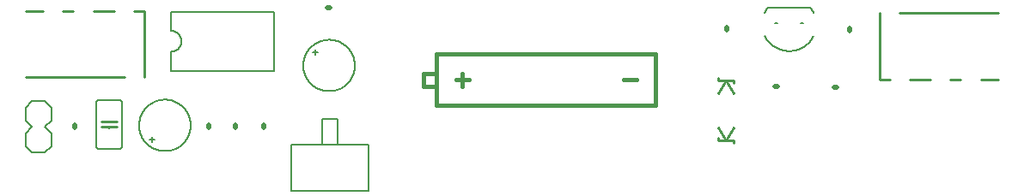
<source format=gto>
G75*
%MOIN*%
%OFA0B0*%
%FSLAX25Y25*%
%IPPOS*%
%LPD*%
%AMOC8*
5,1,8,0,0,1.08239X$1,22.5*
%
%ADD10C,0.00600*%
%ADD11C,0.01000*%
%ADD12C,0.00800*%
%ADD13C,0.00500*%
%ADD14C,0.02000*%
%ADD15C,0.01600*%
D10*
X0044205Y0019669D02*
X0052205Y0019669D01*
X0052265Y0019671D01*
X0052326Y0019676D01*
X0052385Y0019685D01*
X0052444Y0019698D01*
X0052503Y0019714D01*
X0052560Y0019734D01*
X0052615Y0019757D01*
X0052670Y0019784D01*
X0052722Y0019813D01*
X0052773Y0019846D01*
X0052822Y0019882D01*
X0052868Y0019920D01*
X0052912Y0019962D01*
X0052954Y0020006D01*
X0052992Y0020052D01*
X0053028Y0020101D01*
X0053061Y0020152D01*
X0053090Y0020204D01*
X0053117Y0020259D01*
X0053140Y0020314D01*
X0053160Y0020371D01*
X0053176Y0020430D01*
X0053189Y0020489D01*
X0053198Y0020548D01*
X0053203Y0020609D01*
X0053205Y0020669D01*
X0053205Y0037669D01*
X0053203Y0037729D01*
X0053198Y0037790D01*
X0053189Y0037849D01*
X0053176Y0037908D01*
X0053160Y0037967D01*
X0053140Y0038024D01*
X0053117Y0038079D01*
X0053090Y0038134D01*
X0053061Y0038186D01*
X0053028Y0038237D01*
X0052992Y0038286D01*
X0052954Y0038332D01*
X0052912Y0038376D01*
X0052868Y0038418D01*
X0052822Y0038456D01*
X0052773Y0038492D01*
X0052722Y0038525D01*
X0052670Y0038554D01*
X0052615Y0038581D01*
X0052560Y0038604D01*
X0052503Y0038624D01*
X0052444Y0038640D01*
X0052385Y0038653D01*
X0052326Y0038662D01*
X0052265Y0038667D01*
X0052205Y0038669D01*
X0044205Y0038669D01*
X0044145Y0038667D01*
X0044084Y0038662D01*
X0044025Y0038653D01*
X0043966Y0038640D01*
X0043907Y0038624D01*
X0043850Y0038604D01*
X0043795Y0038581D01*
X0043740Y0038554D01*
X0043688Y0038525D01*
X0043637Y0038492D01*
X0043588Y0038456D01*
X0043542Y0038418D01*
X0043498Y0038376D01*
X0043456Y0038332D01*
X0043418Y0038286D01*
X0043382Y0038237D01*
X0043349Y0038186D01*
X0043320Y0038134D01*
X0043293Y0038079D01*
X0043270Y0038024D01*
X0043250Y0037967D01*
X0043234Y0037908D01*
X0043221Y0037849D01*
X0043212Y0037790D01*
X0043207Y0037729D01*
X0043205Y0037669D01*
X0043205Y0020669D01*
X0043207Y0020609D01*
X0043212Y0020548D01*
X0043221Y0020489D01*
X0043234Y0020430D01*
X0043250Y0020371D01*
X0043270Y0020314D01*
X0043293Y0020259D01*
X0043320Y0020204D01*
X0043349Y0020152D01*
X0043382Y0020101D01*
X0043418Y0020052D01*
X0043456Y0020006D01*
X0043498Y0019962D01*
X0043542Y0019920D01*
X0043588Y0019882D01*
X0043637Y0019846D01*
X0043688Y0019813D01*
X0043740Y0019784D01*
X0043795Y0019757D01*
X0043850Y0019734D01*
X0043907Y0019714D01*
X0043966Y0019698D01*
X0044025Y0019685D01*
X0044084Y0019676D01*
X0044145Y0019671D01*
X0044205Y0019669D01*
X0048205Y0027669D02*
X0048205Y0028169D01*
X0048205Y0030169D02*
X0048205Y0030669D01*
X0063858Y0023335D02*
X0064858Y0023335D01*
X0064858Y0024335D01*
X0064858Y0023335D02*
X0065858Y0023335D01*
X0064858Y0023335D02*
X0064858Y0022335D01*
X0059858Y0028835D02*
X0059861Y0029080D01*
X0059870Y0029326D01*
X0059885Y0029571D01*
X0059906Y0029815D01*
X0059933Y0030059D01*
X0059966Y0030302D01*
X0060005Y0030545D01*
X0060050Y0030786D01*
X0060101Y0031026D01*
X0060158Y0031265D01*
X0060220Y0031502D01*
X0060289Y0031738D01*
X0060363Y0031972D01*
X0060443Y0032204D01*
X0060528Y0032434D01*
X0060619Y0032662D01*
X0060716Y0032887D01*
X0060818Y0033111D01*
X0060926Y0033331D01*
X0061039Y0033549D01*
X0061157Y0033764D01*
X0061281Y0033976D01*
X0061409Y0034185D01*
X0061543Y0034391D01*
X0061682Y0034593D01*
X0061826Y0034792D01*
X0061975Y0034987D01*
X0062128Y0035179D01*
X0062286Y0035367D01*
X0062448Y0035551D01*
X0062616Y0035730D01*
X0062787Y0035906D01*
X0062963Y0036077D01*
X0063142Y0036245D01*
X0063326Y0036407D01*
X0063514Y0036565D01*
X0063706Y0036718D01*
X0063901Y0036867D01*
X0064100Y0037011D01*
X0064302Y0037150D01*
X0064508Y0037284D01*
X0064717Y0037412D01*
X0064929Y0037536D01*
X0065144Y0037654D01*
X0065362Y0037767D01*
X0065582Y0037875D01*
X0065806Y0037977D01*
X0066031Y0038074D01*
X0066259Y0038165D01*
X0066489Y0038250D01*
X0066721Y0038330D01*
X0066955Y0038404D01*
X0067191Y0038473D01*
X0067428Y0038535D01*
X0067667Y0038592D01*
X0067907Y0038643D01*
X0068148Y0038688D01*
X0068391Y0038727D01*
X0068634Y0038760D01*
X0068878Y0038787D01*
X0069122Y0038808D01*
X0069367Y0038823D01*
X0069613Y0038832D01*
X0069858Y0038835D01*
X0070103Y0038832D01*
X0070349Y0038823D01*
X0070594Y0038808D01*
X0070838Y0038787D01*
X0071082Y0038760D01*
X0071325Y0038727D01*
X0071568Y0038688D01*
X0071809Y0038643D01*
X0072049Y0038592D01*
X0072288Y0038535D01*
X0072525Y0038473D01*
X0072761Y0038404D01*
X0072995Y0038330D01*
X0073227Y0038250D01*
X0073457Y0038165D01*
X0073685Y0038074D01*
X0073910Y0037977D01*
X0074134Y0037875D01*
X0074354Y0037767D01*
X0074572Y0037654D01*
X0074787Y0037536D01*
X0074999Y0037412D01*
X0075208Y0037284D01*
X0075414Y0037150D01*
X0075616Y0037011D01*
X0075815Y0036867D01*
X0076010Y0036718D01*
X0076202Y0036565D01*
X0076390Y0036407D01*
X0076574Y0036245D01*
X0076753Y0036077D01*
X0076929Y0035906D01*
X0077100Y0035730D01*
X0077268Y0035551D01*
X0077430Y0035367D01*
X0077588Y0035179D01*
X0077741Y0034987D01*
X0077890Y0034792D01*
X0078034Y0034593D01*
X0078173Y0034391D01*
X0078307Y0034185D01*
X0078435Y0033976D01*
X0078559Y0033764D01*
X0078677Y0033549D01*
X0078790Y0033331D01*
X0078898Y0033111D01*
X0079000Y0032887D01*
X0079097Y0032662D01*
X0079188Y0032434D01*
X0079273Y0032204D01*
X0079353Y0031972D01*
X0079427Y0031738D01*
X0079496Y0031502D01*
X0079558Y0031265D01*
X0079615Y0031026D01*
X0079666Y0030786D01*
X0079711Y0030545D01*
X0079750Y0030302D01*
X0079783Y0030059D01*
X0079810Y0029815D01*
X0079831Y0029571D01*
X0079846Y0029326D01*
X0079855Y0029080D01*
X0079858Y0028835D01*
X0079855Y0028590D01*
X0079846Y0028344D01*
X0079831Y0028099D01*
X0079810Y0027855D01*
X0079783Y0027611D01*
X0079750Y0027368D01*
X0079711Y0027125D01*
X0079666Y0026884D01*
X0079615Y0026644D01*
X0079558Y0026405D01*
X0079496Y0026168D01*
X0079427Y0025932D01*
X0079353Y0025698D01*
X0079273Y0025466D01*
X0079188Y0025236D01*
X0079097Y0025008D01*
X0079000Y0024783D01*
X0078898Y0024559D01*
X0078790Y0024339D01*
X0078677Y0024121D01*
X0078559Y0023906D01*
X0078435Y0023694D01*
X0078307Y0023485D01*
X0078173Y0023279D01*
X0078034Y0023077D01*
X0077890Y0022878D01*
X0077741Y0022683D01*
X0077588Y0022491D01*
X0077430Y0022303D01*
X0077268Y0022119D01*
X0077100Y0021940D01*
X0076929Y0021764D01*
X0076753Y0021593D01*
X0076574Y0021425D01*
X0076390Y0021263D01*
X0076202Y0021105D01*
X0076010Y0020952D01*
X0075815Y0020803D01*
X0075616Y0020659D01*
X0075414Y0020520D01*
X0075208Y0020386D01*
X0074999Y0020258D01*
X0074787Y0020134D01*
X0074572Y0020016D01*
X0074354Y0019903D01*
X0074134Y0019795D01*
X0073910Y0019693D01*
X0073685Y0019596D01*
X0073457Y0019505D01*
X0073227Y0019420D01*
X0072995Y0019340D01*
X0072761Y0019266D01*
X0072525Y0019197D01*
X0072288Y0019135D01*
X0072049Y0019078D01*
X0071809Y0019027D01*
X0071568Y0018982D01*
X0071325Y0018943D01*
X0071082Y0018910D01*
X0070838Y0018883D01*
X0070594Y0018862D01*
X0070349Y0018847D01*
X0070103Y0018838D01*
X0069858Y0018835D01*
X0069613Y0018838D01*
X0069367Y0018847D01*
X0069122Y0018862D01*
X0068878Y0018883D01*
X0068634Y0018910D01*
X0068391Y0018943D01*
X0068148Y0018982D01*
X0067907Y0019027D01*
X0067667Y0019078D01*
X0067428Y0019135D01*
X0067191Y0019197D01*
X0066955Y0019266D01*
X0066721Y0019340D01*
X0066489Y0019420D01*
X0066259Y0019505D01*
X0066031Y0019596D01*
X0065806Y0019693D01*
X0065582Y0019795D01*
X0065362Y0019903D01*
X0065144Y0020016D01*
X0064929Y0020134D01*
X0064717Y0020258D01*
X0064508Y0020386D01*
X0064302Y0020520D01*
X0064100Y0020659D01*
X0063901Y0020803D01*
X0063706Y0020952D01*
X0063514Y0021105D01*
X0063326Y0021263D01*
X0063142Y0021425D01*
X0062963Y0021593D01*
X0062787Y0021764D01*
X0062616Y0021940D01*
X0062448Y0022119D01*
X0062286Y0022303D01*
X0062128Y0022491D01*
X0061975Y0022683D01*
X0061826Y0022878D01*
X0061682Y0023077D01*
X0061543Y0023279D01*
X0061409Y0023485D01*
X0061281Y0023694D01*
X0061157Y0023906D01*
X0061039Y0024121D01*
X0060926Y0024339D01*
X0060818Y0024559D01*
X0060716Y0024783D01*
X0060619Y0025008D01*
X0060528Y0025236D01*
X0060443Y0025466D01*
X0060363Y0025698D01*
X0060289Y0025932D01*
X0060220Y0026168D01*
X0060158Y0026405D01*
X0060101Y0026644D01*
X0060050Y0026884D01*
X0060005Y0027125D01*
X0059966Y0027368D01*
X0059933Y0027611D01*
X0059906Y0027855D01*
X0059885Y0028099D01*
X0059870Y0028344D01*
X0059861Y0028590D01*
X0059858Y0028835D01*
X0072299Y0050110D02*
X0072299Y0057610D01*
X0072425Y0057612D01*
X0072550Y0057618D01*
X0072675Y0057628D01*
X0072800Y0057642D01*
X0072925Y0057659D01*
X0073049Y0057681D01*
X0073172Y0057706D01*
X0073294Y0057736D01*
X0073415Y0057769D01*
X0073535Y0057806D01*
X0073654Y0057846D01*
X0073771Y0057891D01*
X0073888Y0057939D01*
X0074002Y0057991D01*
X0074115Y0058046D01*
X0074226Y0058105D01*
X0074335Y0058167D01*
X0074442Y0058233D01*
X0074547Y0058302D01*
X0074650Y0058374D01*
X0074751Y0058449D01*
X0074849Y0058528D01*
X0074944Y0058610D01*
X0075037Y0058694D01*
X0075127Y0058782D01*
X0075215Y0058872D01*
X0075299Y0058965D01*
X0075381Y0059060D01*
X0075460Y0059158D01*
X0075535Y0059259D01*
X0075607Y0059362D01*
X0075676Y0059467D01*
X0075742Y0059574D01*
X0075804Y0059683D01*
X0075863Y0059794D01*
X0075918Y0059907D01*
X0075970Y0060021D01*
X0076018Y0060138D01*
X0076063Y0060255D01*
X0076103Y0060374D01*
X0076140Y0060494D01*
X0076173Y0060615D01*
X0076203Y0060737D01*
X0076228Y0060860D01*
X0076250Y0060984D01*
X0076267Y0061109D01*
X0076281Y0061234D01*
X0076291Y0061359D01*
X0076297Y0061484D01*
X0076299Y0061610D01*
X0076297Y0061736D01*
X0076291Y0061861D01*
X0076281Y0061986D01*
X0076267Y0062111D01*
X0076250Y0062236D01*
X0076228Y0062360D01*
X0076203Y0062483D01*
X0076173Y0062605D01*
X0076140Y0062726D01*
X0076103Y0062846D01*
X0076063Y0062965D01*
X0076018Y0063082D01*
X0075970Y0063199D01*
X0075918Y0063313D01*
X0075863Y0063426D01*
X0075804Y0063537D01*
X0075742Y0063646D01*
X0075676Y0063753D01*
X0075607Y0063858D01*
X0075535Y0063961D01*
X0075460Y0064062D01*
X0075381Y0064160D01*
X0075299Y0064255D01*
X0075215Y0064348D01*
X0075127Y0064438D01*
X0075037Y0064526D01*
X0074944Y0064610D01*
X0074849Y0064692D01*
X0074751Y0064771D01*
X0074650Y0064846D01*
X0074547Y0064918D01*
X0074442Y0064987D01*
X0074335Y0065053D01*
X0074226Y0065115D01*
X0074115Y0065174D01*
X0074002Y0065229D01*
X0073888Y0065281D01*
X0073771Y0065329D01*
X0073654Y0065374D01*
X0073535Y0065414D01*
X0073415Y0065451D01*
X0073294Y0065484D01*
X0073172Y0065514D01*
X0073049Y0065539D01*
X0072925Y0065561D01*
X0072800Y0065578D01*
X0072675Y0065592D01*
X0072550Y0065602D01*
X0072425Y0065608D01*
X0072299Y0065610D01*
X0072299Y0073110D01*
X0112299Y0073110D01*
X0112299Y0050110D01*
X0072299Y0050110D01*
X0127059Y0057161D02*
X0128059Y0057161D01*
X0128059Y0058161D01*
X0128059Y0057161D02*
X0129059Y0057161D01*
X0128059Y0057161D02*
X0128059Y0056161D01*
X0123559Y0052161D02*
X0123562Y0052406D01*
X0123571Y0052652D01*
X0123586Y0052897D01*
X0123607Y0053141D01*
X0123634Y0053385D01*
X0123667Y0053628D01*
X0123706Y0053871D01*
X0123751Y0054112D01*
X0123802Y0054352D01*
X0123859Y0054591D01*
X0123921Y0054828D01*
X0123990Y0055064D01*
X0124064Y0055298D01*
X0124144Y0055530D01*
X0124229Y0055760D01*
X0124320Y0055988D01*
X0124417Y0056213D01*
X0124519Y0056437D01*
X0124627Y0056657D01*
X0124740Y0056875D01*
X0124858Y0057090D01*
X0124982Y0057302D01*
X0125110Y0057511D01*
X0125244Y0057717D01*
X0125383Y0057919D01*
X0125527Y0058118D01*
X0125676Y0058313D01*
X0125829Y0058505D01*
X0125987Y0058693D01*
X0126149Y0058877D01*
X0126317Y0059056D01*
X0126488Y0059232D01*
X0126664Y0059403D01*
X0126843Y0059571D01*
X0127027Y0059733D01*
X0127215Y0059891D01*
X0127407Y0060044D01*
X0127602Y0060193D01*
X0127801Y0060337D01*
X0128003Y0060476D01*
X0128209Y0060610D01*
X0128418Y0060738D01*
X0128630Y0060862D01*
X0128845Y0060980D01*
X0129063Y0061093D01*
X0129283Y0061201D01*
X0129507Y0061303D01*
X0129732Y0061400D01*
X0129960Y0061491D01*
X0130190Y0061576D01*
X0130422Y0061656D01*
X0130656Y0061730D01*
X0130892Y0061799D01*
X0131129Y0061861D01*
X0131368Y0061918D01*
X0131608Y0061969D01*
X0131849Y0062014D01*
X0132092Y0062053D01*
X0132335Y0062086D01*
X0132579Y0062113D01*
X0132823Y0062134D01*
X0133068Y0062149D01*
X0133314Y0062158D01*
X0133559Y0062161D01*
X0133804Y0062158D01*
X0134050Y0062149D01*
X0134295Y0062134D01*
X0134539Y0062113D01*
X0134783Y0062086D01*
X0135026Y0062053D01*
X0135269Y0062014D01*
X0135510Y0061969D01*
X0135750Y0061918D01*
X0135989Y0061861D01*
X0136226Y0061799D01*
X0136462Y0061730D01*
X0136696Y0061656D01*
X0136928Y0061576D01*
X0137158Y0061491D01*
X0137386Y0061400D01*
X0137611Y0061303D01*
X0137835Y0061201D01*
X0138055Y0061093D01*
X0138273Y0060980D01*
X0138488Y0060862D01*
X0138700Y0060738D01*
X0138909Y0060610D01*
X0139115Y0060476D01*
X0139317Y0060337D01*
X0139516Y0060193D01*
X0139711Y0060044D01*
X0139903Y0059891D01*
X0140091Y0059733D01*
X0140275Y0059571D01*
X0140454Y0059403D01*
X0140630Y0059232D01*
X0140801Y0059056D01*
X0140969Y0058877D01*
X0141131Y0058693D01*
X0141289Y0058505D01*
X0141442Y0058313D01*
X0141591Y0058118D01*
X0141735Y0057919D01*
X0141874Y0057717D01*
X0142008Y0057511D01*
X0142136Y0057302D01*
X0142260Y0057090D01*
X0142378Y0056875D01*
X0142491Y0056657D01*
X0142599Y0056437D01*
X0142701Y0056213D01*
X0142798Y0055988D01*
X0142889Y0055760D01*
X0142974Y0055530D01*
X0143054Y0055298D01*
X0143128Y0055064D01*
X0143197Y0054828D01*
X0143259Y0054591D01*
X0143316Y0054352D01*
X0143367Y0054112D01*
X0143412Y0053871D01*
X0143451Y0053628D01*
X0143484Y0053385D01*
X0143511Y0053141D01*
X0143532Y0052897D01*
X0143547Y0052652D01*
X0143556Y0052406D01*
X0143559Y0052161D01*
X0143556Y0051916D01*
X0143547Y0051670D01*
X0143532Y0051425D01*
X0143511Y0051181D01*
X0143484Y0050937D01*
X0143451Y0050694D01*
X0143412Y0050451D01*
X0143367Y0050210D01*
X0143316Y0049970D01*
X0143259Y0049731D01*
X0143197Y0049494D01*
X0143128Y0049258D01*
X0143054Y0049024D01*
X0142974Y0048792D01*
X0142889Y0048562D01*
X0142798Y0048334D01*
X0142701Y0048109D01*
X0142599Y0047885D01*
X0142491Y0047665D01*
X0142378Y0047447D01*
X0142260Y0047232D01*
X0142136Y0047020D01*
X0142008Y0046811D01*
X0141874Y0046605D01*
X0141735Y0046403D01*
X0141591Y0046204D01*
X0141442Y0046009D01*
X0141289Y0045817D01*
X0141131Y0045629D01*
X0140969Y0045445D01*
X0140801Y0045266D01*
X0140630Y0045090D01*
X0140454Y0044919D01*
X0140275Y0044751D01*
X0140091Y0044589D01*
X0139903Y0044431D01*
X0139711Y0044278D01*
X0139516Y0044129D01*
X0139317Y0043985D01*
X0139115Y0043846D01*
X0138909Y0043712D01*
X0138700Y0043584D01*
X0138488Y0043460D01*
X0138273Y0043342D01*
X0138055Y0043229D01*
X0137835Y0043121D01*
X0137611Y0043019D01*
X0137386Y0042922D01*
X0137158Y0042831D01*
X0136928Y0042746D01*
X0136696Y0042666D01*
X0136462Y0042592D01*
X0136226Y0042523D01*
X0135989Y0042461D01*
X0135750Y0042404D01*
X0135510Y0042353D01*
X0135269Y0042308D01*
X0135026Y0042269D01*
X0134783Y0042236D01*
X0134539Y0042209D01*
X0134295Y0042188D01*
X0134050Y0042173D01*
X0133804Y0042164D01*
X0133559Y0042161D01*
X0133314Y0042164D01*
X0133068Y0042173D01*
X0132823Y0042188D01*
X0132579Y0042209D01*
X0132335Y0042236D01*
X0132092Y0042269D01*
X0131849Y0042308D01*
X0131608Y0042353D01*
X0131368Y0042404D01*
X0131129Y0042461D01*
X0130892Y0042523D01*
X0130656Y0042592D01*
X0130422Y0042666D01*
X0130190Y0042746D01*
X0129960Y0042831D01*
X0129732Y0042922D01*
X0129507Y0043019D01*
X0129283Y0043121D01*
X0129063Y0043229D01*
X0128845Y0043342D01*
X0128630Y0043460D01*
X0128418Y0043584D01*
X0128209Y0043712D01*
X0128003Y0043846D01*
X0127801Y0043985D01*
X0127602Y0044129D01*
X0127407Y0044278D01*
X0127215Y0044431D01*
X0127027Y0044589D01*
X0126843Y0044751D01*
X0126664Y0044919D01*
X0126488Y0045090D01*
X0126317Y0045266D01*
X0126149Y0045445D01*
X0125987Y0045629D01*
X0125829Y0045817D01*
X0125676Y0046009D01*
X0125527Y0046204D01*
X0125383Y0046403D01*
X0125244Y0046605D01*
X0125110Y0046811D01*
X0124982Y0047020D01*
X0124858Y0047232D01*
X0124740Y0047447D01*
X0124627Y0047665D01*
X0124519Y0047885D01*
X0124417Y0048109D01*
X0124320Y0048334D01*
X0124229Y0048562D01*
X0124144Y0048792D01*
X0124064Y0049024D01*
X0123990Y0049258D01*
X0123921Y0049494D01*
X0123859Y0049731D01*
X0123802Y0049970D01*
X0123751Y0050210D01*
X0123706Y0050451D01*
X0123667Y0050694D01*
X0123634Y0050937D01*
X0123607Y0051181D01*
X0123586Y0051425D01*
X0123571Y0051670D01*
X0123562Y0051916D01*
X0123559Y0052161D01*
D11*
X0061906Y0047476D02*
X0061906Y0073461D01*
X0057874Y0073461D01*
X0050124Y0073461D02*
X0042124Y0073461D01*
X0034374Y0073461D02*
X0030374Y0073461D01*
X0022499Y0073461D02*
X0015843Y0073461D01*
X0015843Y0047476D02*
X0054124Y0047476D01*
X0051205Y0030169D02*
X0048205Y0030169D01*
X0045205Y0030169D01*
X0045205Y0028169D02*
X0048205Y0028169D01*
X0051205Y0028169D01*
X0284457Y0028016D02*
X0287457Y0023016D01*
X0290457Y0023016D01*
X0290457Y0022016D01*
X0287457Y0023016D02*
X0284457Y0023016D01*
X0284457Y0024016D01*
X0287457Y0023016D02*
X0290457Y0028016D01*
X0290693Y0041366D02*
X0287693Y0046366D01*
X0284693Y0046366D01*
X0284693Y0047366D01*
X0287693Y0046366D02*
X0290693Y0046366D01*
X0290693Y0045366D01*
X0287693Y0046366D02*
X0284693Y0041366D01*
X0347122Y0046748D02*
X0351154Y0046748D01*
X0347122Y0046748D02*
X0347122Y0072732D01*
X0354904Y0072732D02*
X0393185Y0072732D01*
X0393185Y0046748D02*
X0386529Y0046748D01*
X0378654Y0046748D02*
X0374654Y0046748D01*
X0366904Y0046748D02*
X0358904Y0046748D01*
D12*
X0023343Y0018283D02*
X0018343Y0018283D01*
X0015843Y0020783D01*
X0015843Y0025783D01*
X0018343Y0028283D01*
X0015843Y0030783D01*
X0015843Y0035783D01*
X0018343Y0038283D01*
X0023343Y0038283D01*
X0025843Y0035783D01*
X0025843Y0030783D01*
X0023343Y0028283D01*
X0025843Y0025783D01*
X0025843Y0020783D01*
X0023343Y0018283D01*
D13*
X0118795Y0021374D02*
X0118795Y0003374D01*
X0148795Y0003374D01*
X0148795Y0021374D01*
X0136795Y0021374D01*
X0136795Y0031374D01*
X0130795Y0031374D01*
X0130795Y0021374D01*
X0136795Y0021374D01*
X0130795Y0021374D02*
X0118795Y0021374D01*
X0303856Y0074764D02*
X0320348Y0074764D01*
X0317630Y0068764D02*
X0316574Y0068764D01*
X0321602Y0063792D02*
X0321490Y0063562D01*
X0321373Y0063335D01*
X0321251Y0063111D01*
X0321123Y0062890D01*
X0320989Y0062673D01*
X0320851Y0062458D01*
X0320707Y0062247D01*
X0320558Y0062040D01*
X0320404Y0061836D01*
X0320246Y0061636D01*
X0320082Y0061440D01*
X0319914Y0061248D01*
X0319741Y0061060D01*
X0319563Y0060876D01*
X0319382Y0060697D01*
X0319195Y0060522D01*
X0319005Y0060352D01*
X0318811Y0060187D01*
X0318612Y0060026D01*
X0318410Y0059870D01*
X0318204Y0059719D01*
X0317994Y0059573D01*
X0317781Y0059433D01*
X0317565Y0059297D01*
X0317345Y0059167D01*
X0317122Y0059042D01*
X0316897Y0058923D01*
X0316668Y0058809D01*
X0316437Y0058701D01*
X0316203Y0058598D01*
X0315967Y0058501D01*
X0315728Y0058410D01*
X0315488Y0058325D01*
X0315245Y0058245D01*
X0315000Y0058172D01*
X0314754Y0058104D01*
X0314506Y0058043D01*
X0314257Y0057988D01*
X0314007Y0057938D01*
X0313755Y0057895D01*
X0313502Y0057858D01*
X0313249Y0057827D01*
X0312995Y0057802D01*
X0312740Y0057783D01*
X0312485Y0057771D01*
X0312230Y0057765D01*
X0311974Y0057765D01*
X0311719Y0057771D01*
X0311464Y0057783D01*
X0311209Y0057802D01*
X0310955Y0057827D01*
X0310702Y0057858D01*
X0310449Y0057895D01*
X0310197Y0057938D01*
X0309947Y0057988D01*
X0309698Y0058043D01*
X0309450Y0058104D01*
X0309204Y0058172D01*
X0308959Y0058245D01*
X0308716Y0058325D01*
X0308476Y0058410D01*
X0308237Y0058501D01*
X0308001Y0058598D01*
X0307767Y0058701D01*
X0307536Y0058809D01*
X0307307Y0058923D01*
X0307082Y0059042D01*
X0306859Y0059167D01*
X0306639Y0059297D01*
X0306423Y0059433D01*
X0306210Y0059573D01*
X0306000Y0059719D01*
X0305794Y0059870D01*
X0305592Y0060026D01*
X0305393Y0060187D01*
X0305199Y0060352D01*
X0305009Y0060522D01*
X0304822Y0060697D01*
X0304641Y0060876D01*
X0304463Y0061060D01*
X0304290Y0061248D01*
X0304122Y0061440D01*
X0303958Y0061636D01*
X0303800Y0061836D01*
X0303646Y0062040D01*
X0303497Y0062247D01*
X0303353Y0062458D01*
X0303215Y0062673D01*
X0303081Y0062890D01*
X0302953Y0063111D01*
X0302831Y0063335D01*
X0302714Y0063562D01*
X0302602Y0063792D01*
X0306574Y0068764D02*
X0307630Y0068764D01*
X0320348Y0074763D02*
X0320494Y0074574D01*
X0320635Y0074381D01*
X0320772Y0074186D01*
X0320905Y0073987D01*
X0321033Y0073785D01*
X0321156Y0073580D01*
X0321275Y0073373D01*
X0321389Y0073163D01*
X0321498Y0072950D01*
X0321602Y0072735D01*
X0303856Y0074763D02*
X0303704Y0074566D01*
X0303557Y0074364D01*
X0303414Y0074160D01*
X0303277Y0073952D01*
X0303144Y0073741D01*
X0303016Y0073526D01*
X0302894Y0073309D01*
X0302777Y0073089D01*
X0302665Y0072866D01*
X0302558Y0072641D01*
D14*
X0287870Y0067110D02*
X0287870Y0066110D01*
X0335587Y0066480D02*
X0335587Y0065480D01*
X0330457Y0043480D02*
X0329457Y0043480D01*
X0307563Y0043992D02*
X0306563Y0043992D01*
X0133882Y0074740D02*
X0132882Y0074740D01*
X0108106Y0029000D02*
X0108106Y0028000D01*
X0097102Y0027980D02*
X0097102Y0028980D01*
X0086748Y0028882D02*
X0086748Y0027882D01*
X0034957Y0027882D02*
X0034957Y0028882D01*
D15*
X0170291Y0043812D02*
X0175291Y0043812D01*
X0175291Y0036512D01*
X0260291Y0036512D01*
X0260291Y0056512D01*
X0175291Y0056512D01*
X0175291Y0048812D01*
X0170291Y0048812D01*
X0170291Y0043812D01*
X0175291Y0043812D02*
X0175291Y0048812D01*
X0182791Y0046512D02*
X0187791Y0046512D01*
X0185291Y0049012D02*
X0185291Y0044012D01*
X0247791Y0046512D02*
X0252791Y0046512D01*
M02*

</source>
